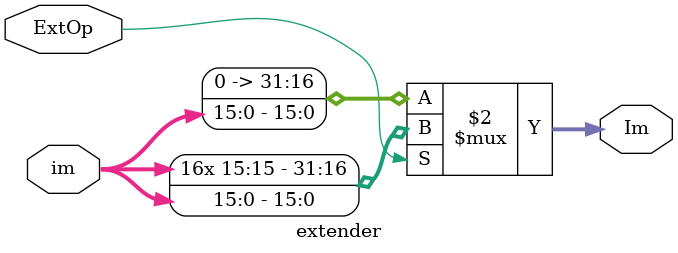
<source format=v>
module extender (
    im,
    Im,
    ExtOp
);
    input   [15:0]  im;
    input           ExtOp;
    output  [31:0]  Im;

    assign Im = ExtOp == 1'b0 ? {16'b0, im} : {{16{im[15]}}, im};

endmodule //extender
</source>
